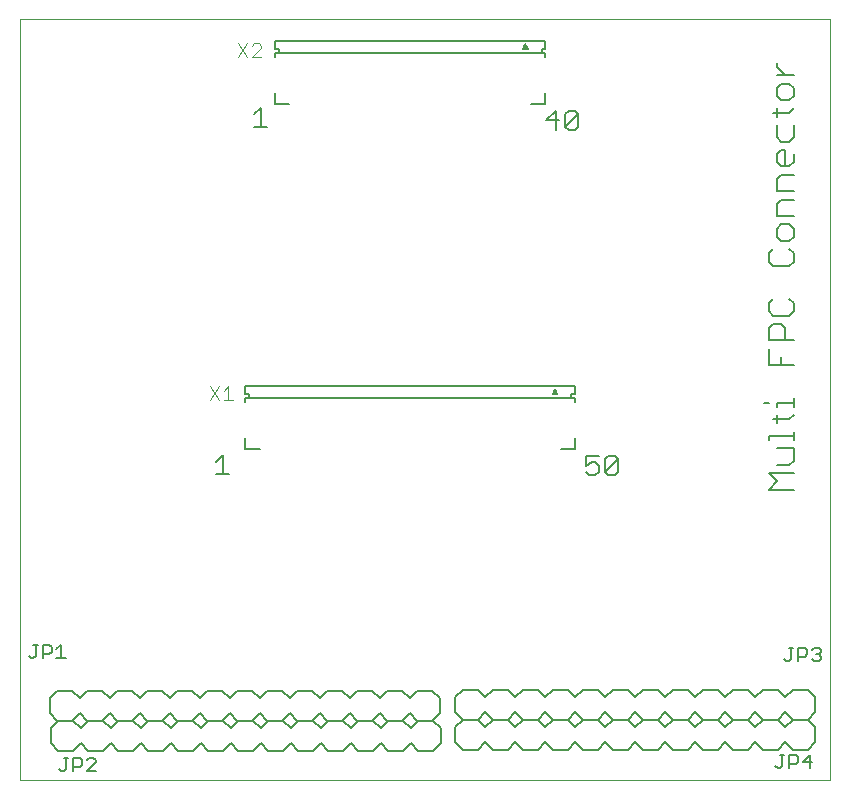
<source format=gto>
G75*
G70*
%OFA0B0*%
%FSLAX24Y24*%
%IPPOS*%
%LPD*%
%AMOC8*
5,1,8,0,0,1.08239X$1,22.5*
%
%ADD10C,0.0000*%
%ADD11C,0.0070*%
%ADD12C,0.0060*%
%ADD13C,0.0080*%
%ADD14C,0.0040*%
%ADD15C,0.0050*%
D10*
X000101Y000101D02*
X000101Y025471D01*
X027093Y025471D01*
X027093Y000101D01*
X000101Y000101D01*
D11*
X024907Y012680D02*
X025045Y012680D01*
X025322Y012680D02*
X025876Y012680D01*
X025876Y012542D02*
X025876Y012819D01*
X025322Y012680D02*
X025322Y012542D01*
X025322Y012266D02*
X025322Y011990D01*
X025184Y012128D02*
X025737Y012128D01*
X025876Y012266D01*
X025876Y011714D02*
X025876Y011437D01*
X025876Y011576D02*
X025045Y011576D01*
X025045Y011437D01*
X025322Y011162D02*
X025876Y011162D01*
X025876Y010747D01*
X025737Y010608D01*
X025322Y010608D01*
X025045Y010334D02*
X025876Y010334D01*
X025876Y009780D02*
X025045Y009780D01*
X025322Y010057D01*
X025045Y010334D01*
X025045Y013923D02*
X025045Y014477D01*
X025045Y014752D02*
X025045Y015167D01*
X025184Y015306D01*
X025460Y015306D01*
X025599Y015167D01*
X025599Y014752D01*
X025876Y014752D02*
X025045Y014752D01*
X025460Y014200D02*
X025460Y013923D01*
X025045Y013923D02*
X025876Y013923D01*
X025737Y015581D02*
X025184Y015581D01*
X025045Y015719D01*
X025045Y015996D01*
X025184Y016134D01*
X025737Y016134D02*
X025876Y015996D01*
X025876Y015719D01*
X025737Y015581D01*
X025737Y017238D02*
X025184Y017238D01*
X025045Y017376D01*
X025045Y017653D01*
X025184Y017792D01*
X025460Y018067D02*
X025737Y018067D01*
X025876Y018205D01*
X025876Y018482D01*
X025737Y018620D01*
X025460Y018620D01*
X025322Y018482D01*
X025322Y018205D01*
X025460Y018067D01*
X025737Y017792D02*
X025876Y017653D01*
X025876Y017376D01*
X025737Y017238D01*
X025876Y018895D02*
X025322Y018895D01*
X025322Y019311D01*
X025460Y019449D01*
X025876Y019449D01*
X025876Y019724D02*
X025322Y019724D01*
X025322Y020139D01*
X025460Y020278D01*
X025876Y020278D01*
X025737Y020553D02*
X025460Y020553D01*
X025322Y020691D01*
X025322Y020968D01*
X025460Y021107D01*
X025599Y021107D01*
X025599Y020553D01*
X025737Y020553D02*
X025876Y020691D01*
X025876Y020968D01*
X025737Y021381D02*
X025460Y021381D01*
X025322Y021520D01*
X025322Y021935D01*
X025322Y022210D02*
X025322Y022487D01*
X025184Y022349D02*
X025737Y022349D01*
X025876Y022487D01*
X025737Y022763D02*
X025876Y022901D01*
X025876Y023178D01*
X025737Y023316D01*
X025460Y023316D01*
X025322Y023178D01*
X025322Y022901D01*
X025460Y022763D01*
X025737Y022763D01*
X025876Y021935D02*
X025876Y021520D01*
X025737Y021381D01*
X025599Y023591D02*
X025322Y023868D01*
X025322Y024007D01*
X025322Y023591D02*
X025876Y023591D01*
D12*
X018700Y022303D02*
X018700Y021876D01*
X018594Y021769D01*
X018380Y021769D01*
X018273Y021876D01*
X018700Y022303D01*
X018594Y022409D01*
X018380Y022409D01*
X018273Y022303D01*
X018273Y021876D01*
X018056Y022089D02*
X017629Y022089D01*
X017949Y022409D01*
X017949Y021769D01*
X008324Y021867D02*
X007897Y021867D01*
X008110Y021867D02*
X008110Y022507D01*
X007897Y022294D01*
X006854Y010929D02*
X006854Y010289D01*
X006641Y010289D02*
X007068Y010289D01*
X006641Y010716D02*
X006854Y010929D01*
X018949Y010897D02*
X018949Y010577D01*
X019162Y010684D01*
X019269Y010684D01*
X019376Y010577D01*
X019376Y010364D01*
X019269Y010257D01*
X019056Y010257D01*
X018949Y010364D01*
X018949Y010897D02*
X019376Y010897D01*
X019593Y010791D02*
X019700Y010897D01*
X019914Y010897D01*
X020020Y010791D01*
X019593Y010364D01*
X019700Y010257D01*
X019914Y010257D01*
X020020Y010364D01*
X020020Y010791D01*
X019593Y010791D02*
X019593Y010364D01*
D13*
X018593Y011117D02*
X018593Y011510D01*
X018593Y011117D02*
X018120Y011117D01*
X018593Y012691D02*
X018593Y012849D01*
X018475Y012849D01*
X007727Y012849D01*
X007609Y012849D01*
X007609Y012691D01*
X007727Y012849D02*
X007727Y012967D01*
X007609Y012967D01*
X007609Y013243D01*
X018593Y013243D01*
X018593Y012967D01*
X018475Y012967D01*
X018475Y012849D01*
X018002Y012967D02*
X017845Y012967D01*
X017924Y013124D01*
X018002Y012967D01*
X017995Y012982D02*
X017852Y012982D01*
X017892Y013060D02*
X017956Y013060D01*
X017609Y022617D02*
X017136Y022617D01*
X017609Y022617D02*
X017609Y023010D01*
X017609Y024191D02*
X017609Y024349D01*
X017491Y024349D01*
X008711Y024349D01*
X008593Y024349D01*
X008593Y024191D01*
X008711Y024349D02*
X008711Y024467D01*
X008593Y024467D01*
X008593Y024743D01*
X017609Y024743D01*
X017609Y024467D01*
X017491Y024467D01*
X017491Y024349D01*
X017018Y024467D02*
X016861Y024467D01*
X016939Y024624D01*
X017018Y024467D01*
X016988Y024528D02*
X016891Y024528D01*
X016930Y024606D02*
X016948Y024606D01*
X009065Y022617D02*
X008593Y022617D01*
X008593Y023010D01*
X007609Y011510D02*
X007609Y011117D01*
X008081Y011117D01*
X007841Y003081D02*
X007341Y003081D01*
X007091Y002831D01*
X006841Y003081D01*
X006341Y003081D01*
X006091Y002831D01*
X005841Y003081D01*
X005341Y003081D01*
X005091Y002831D01*
X004841Y003081D01*
X004341Y003081D01*
X004091Y002831D01*
X003841Y003081D01*
X003341Y003081D01*
X003091Y002831D01*
X002841Y003081D01*
X002341Y003081D01*
X002091Y002831D01*
X001841Y003081D01*
X001341Y003081D01*
X001091Y002831D01*
X001091Y002331D01*
X001341Y002081D01*
X001841Y002081D01*
X002091Y002331D01*
X002341Y002081D01*
X002841Y002081D01*
X003091Y002331D01*
X003341Y002081D01*
X003841Y002081D01*
X004091Y002331D01*
X004341Y002081D01*
X004841Y002081D01*
X005091Y002331D01*
X005341Y002081D01*
X005841Y002081D01*
X006091Y002331D01*
X006341Y002081D01*
X006841Y002081D01*
X007091Y002331D01*
X007341Y002081D01*
X007841Y002081D01*
X008091Y002331D01*
X008341Y002081D01*
X008841Y002081D01*
X009091Y002331D01*
X009341Y002081D01*
X009841Y002081D01*
X010091Y002331D01*
X010341Y002081D01*
X010841Y002081D01*
X011091Y002331D01*
X011341Y002081D01*
X011841Y002081D01*
X012091Y002331D01*
X012341Y002081D01*
X012841Y002081D01*
X013091Y002331D01*
X013341Y002081D01*
X013841Y002081D01*
X014091Y002331D01*
X014091Y002831D01*
X013841Y003081D01*
X013341Y003081D01*
X013091Y002831D01*
X012841Y003081D01*
X012341Y003081D01*
X012091Y002831D01*
X011841Y003081D01*
X011341Y003081D01*
X011091Y002831D01*
X010841Y003081D01*
X010341Y003081D01*
X010091Y002831D01*
X009841Y003081D01*
X009341Y003081D01*
X009091Y002831D01*
X008841Y003081D01*
X008341Y003081D01*
X008091Y002831D01*
X007841Y003081D01*
X007861Y002081D02*
X007361Y002081D01*
X007111Y001831D01*
X006861Y002081D01*
X006361Y002081D01*
X006111Y001831D01*
X005861Y002081D01*
X005361Y002081D01*
X005111Y001831D01*
X004861Y002081D01*
X004361Y002081D01*
X004111Y001831D01*
X003861Y002081D01*
X003361Y002081D01*
X003111Y001831D01*
X002861Y002081D01*
X002361Y002081D01*
X002111Y001831D01*
X001861Y002081D01*
X001361Y002081D01*
X001111Y001831D01*
X001111Y001331D01*
X001361Y001081D01*
X001861Y001081D01*
X002111Y001331D01*
X002361Y001081D01*
X002861Y001081D01*
X003111Y001331D01*
X003361Y001081D01*
X003861Y001081D01*
X004111Y001331D01*
X004361Y001081D01*
X004861Y001081D01*
X005111Y001331D01*
X005361Y001081D01*
X005861Y001081D01*
X006111Y001331D01*
X006361Y001081D01*
X006861Y001081D01*
X007111Y001331D01*
X007361Y001081D01*
X007861Y001081D01*
X008111Y001331D01*
X008361Y001081D01*
X008861Y001081D01*
X009111Y001331D01*
X009361Y001081D01*
X009861Y001081D01*
X010111Y001331D01*
X010361Y001081D01*
X010861Y001081D01*
X011111Y001331D01*
X011361Y001081D01*
X011861Y001081D01*
X012111Y001331D01*
X012361Y001081D01*
X012861Y001081D01*
X013111Y001331D01*
X013361Y001081D01*
X013861Y001081D01*
X014111Y001331D01*
X014111Y001831D01*
X013861Y002081D01*
X013361Y002081D01*
X013111Y001831D01*
X012861Y002081D01*
X012361Y002081D01*
X012111Y001831D01*
X011861Y002081D01*
X011361Y002081D01*
X011111Y001831D01*
X010861Y002081D01*
X010361Y002081D01*
X010111Y001831D01*
X009861Y002081D01*
X009361Y002081D01*
X009111Y001831D01*
X008861Y002081D01*
X008361Y002081D01*
X008111Y001831D01*
X007861Y002081D01*
X014601Y001851D02*
X014601Y001351D01*
X014851Y001101D01*
X015351Y001101D01*
X015601Y001351D01*
X015851Y001101D01*
X016351Y001101D01*
X016601Y001351D01*
X016851Y001101D01*
X017351Y001101D01*
X017601Y001351D01*
X017851Y001101D01*
X018351Y001101D01*
X018601Y001351D01*
X018851Y001101D01*
X019351Y001101D01*
X019601Y001351D01*
X019851Y001101D01*
X020351Y001101D01*
X020601Y001351D01*
X020851Y001101D01*
X021351Y001101D01*
X021601Y001351D01*
X021851Y001101D01*
X022351Y001101D01*
X022601Y001351D01*
X022851Y001101D01*
X023351Y001101D01*
X023601Y001351D01*
X023851Y001101D01*
X024351Y001101D01*
X024601Y001351D01*
X024851Y001101D01*
X025351Y001101D01*
X025601Y001351D01*
X025851Y001101D01*
X026351Y001101D01*
X026601Y001351D01*
X026601Y001851D01*
X026351Y002101D01*
X025851Y002101D01*
X025601Y001851D01*
X025351Y002101D01*
X024851Y002101D01*
X024601Y001851D01*
X024351Y002101D01*
X023851Y002101D01*
X023601Y001851D01*
X023351Y002101D01*
X022851Y002101D01*
X022601Y001851D01*
X022351Y002101D01*
X021851Y002101D01*
X021601Y001851D01*
X021351Y002101D01*
X020851Y002101D01*
X020601Y001851D01*
X020351Y002101D01*
X019851Y002101D01*
X019601Y001851D01*
X019351Y002101D01*
X018851Y002101D01*
X018601Y001851D01*
X018351Y002101D01*
X017851Y002101D01*
X017601Y001851D01*
X017351Y002101D01*
X016851Y002101D01*
X016601Y001851D01*
X016351Y002101D01*
X015851Y002101D01*
X015601Y001851D01*
X015351Y002101D01*
X014851Y002101D01*
X014601Y001851D01*
X014851Y002101D02*
X015351Y002101D01*
X015601Y002351D01*
X015851Y002101D01*
X016351Y002101D01*
X016601Y002351D01*
X016851Y002101D01*
X017351Y002101D01*
X017601Y002351D01*
X017851Y002101D01*
X018351Y002101D01*
X018601Y002351D01*
X018851Y002101D01*
X019351Y002101D01*
X019601Y002351D01*
X019851Y002101D01*
X020351Y002101D01*
X020601Y002351D01*
X020851Y002101D01*
X021351Y002101D01*
X021601Y002351D01*
X021851Y002101D01*
X022351Y002101D01*
X022601Y002351D01*
X022851Y002101D01*
X023351Y002101D01*
X023601Y002351D01*
X023851Y002101D01*
X024351Y002101D01*
X024601Y002351D01*
X024851Y002101D01*
X025351Y002101D01*
X025601Y002351D01*
X025851Y002101D01*
X026351Y002101D01*
X026601Y002351D01*
X026601Y002851D01*
X026351Y003101D01*
X025851Y003101D01*
X025601Y002851D01*
X025351Y003101D01*
X024851Y003101D01*
X024601Y002851D01*
X024351Y003101D01*
X023851Y003101D01*
X023601Y002851D01*
X023351Y003101D01*
X022851Y003101D01*
X022601Y002851D01*
X022351Y003101D01*
X021851Y003101D01*
X021601Y002851D01*
X021351Y003101D01*
X020851Y003101D01*
X020601Y002851D01*
X020351Y003101D01*
X019851Y003101D01*
X019601Y002851D01*
X019351Y003101D01*
X018851Y003101D01*
X018601Y002851D01*
X018351Y003101D01*
X017851Y003101D01*
X017601Y002851D01*
X017351Y003101D01*
X016851Y003101D01*
X016601Y002851D01*
X016351Y003101D01*
X015851Y003101D01*
X015601Y002851D01*
X015351Y003101D01*
X014851Y003101D01*
X014601Y002851D01*
X014601Y002351D01*
X014851Y002101D01*
D14*
X007194Y012757D02*
X006888Y012757D01*
X007041Y012757D02*
X007041Y013217D01*
X006888Y013064D01*
X006734Y013217D02*
X006427Y012757D01*
X006734Y012757D02*
X006427Y013217D01*
X007359Y024195D02*
X007666Y024655D01*
X007819Y024578D02*
X007896Y024655D01*
X008049Y024655D01*
X008126Y024578D01*
X008126Y024501D01*
X007819Y024195D01*
X008126Y024195D01*
X007666Y024195D02*
X007359Y024655D01*
D15*
X001459Y004602D02*
X001309Y004452D01*
X001149Y004377D02*
X001074Y004302D01*
X000849Y004302D01*
X000849Y004152D02*
X000849Y004602D01*
X001074Y004602D01*
X001149Y004527D01*
X001149Y004377D01*
X001309Y004152D02*
X001610Y004152D01*
X001459Y004152D02*
X001459Y004602D01*
X000689Y004602D02*
X000539Y004602D01*
X000614Y004602D02*
X000614Y004227D01*
X000539Y004152D01*
X000464Y004152D01*
X000389Y004227D01*
X001546Y000840D02*
X001696Y000840D01*
X001621Y000840D02*
X001621Y000465D01*
X001546Y000390D01*
X001471Y000390D01*
X001396Y000465D01*
X001856Y000540D02*
X002081Y000540D01*
X002156Y000615D01*
X002156Y000765D01*
X002081Y000840D01*
X001856Y000840D01*
X001856Y000390D01*
X002316Y000390D02*
X002617Y000690D01*
X002617Y000765D01*
X002542Y000840D01*
X002391Y000840D01*
X002316Y000765D01*
X002316Y000390D02*
X002617Y000390D01*
X025274Y000565D02*
X025349Y000490D01*
X025424Y000490D01*
X025499Y000565D01*
X025499Y000940D01*
X025424Y000940D02*
X025574Y000940D01*
X025734Y000940D02*
X025959Y000940D01*
X026034Y000865D01*
X026034Y000715D01*
X025959Y000640D01*
X025734Y000640D01*
X025734Y000490D02*
X025734Y000940D01*
X026194Y000715D02*
X026495Y000715D01*
X026420Y000490D02*
X026420Y000940D01*
X026194Y000715D01*
X026026Y004064D02*
X026026Y004514D01*
X026251Y004514D01*
X026326Y004439D01*
X026326Y004289D01*
X026251Y004214D01*
X026026Y004214D01*
X025791Y004139D02*
X025716Y004064D01*
X025641Y004064D01*
X025566Y004139D01*
X025791Y004139D02*
X025791Y004514D01*
X025716Y004514D02*
X025866Y004514D01*
X026486Y004439D02*
X026561Y004514D01*
X026712Y004514D01*
X026787Y004439D01*
X026787Y004364D01*
X026712Y004289D01*
X026787Y004214D01*
X026787Y004139D01*
X026712Y004064D01*
X026561Y004064D01*
X026486Y004139D01*
X026637Y004289D02*
X026712Y004289D01*
M02*

</source>
